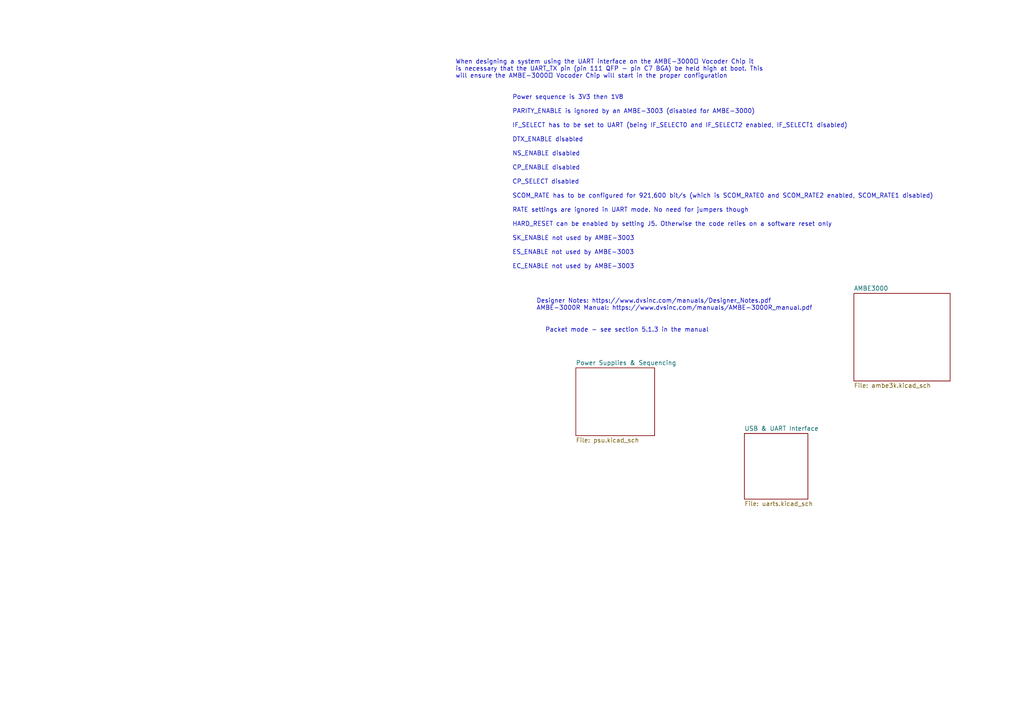
<source format=kicad_sch>
(kicad_sch (version 20230121) (generator eeschema)
  (paper "A4")
  (lib_symbols)
  (text "When designing a system using the UART interface on the AMBE-3000™ Vocoder Chip it\nis necessary that the UART_TX pin (pin 111 QFP - pin C7 BGA) be held high at boot. This\nwill ensure the AMBE-3000™ Vocoder Chip will start in the proper configuration" (at 132.08 22.86 0) (effects (font (size 1.27 1.27)) (justify left bottom)))
  (text "Designer Notes: https://www.dvsinc.com/manuals/Designer_Notes.pdf\nAMBE-3000R Manual: https://www.dvsinc.com/manuals/AMBE-3000R_manual.pdf" (at 155.575 90.17 0) (effects (font (size 1.27 1.27)) (justify left bottom)))
  (text "Power sequence is 3V3 then 1V8\n\nPARITY_ENABLE is ignored by an AMBE-3003 (disabled for AMBE-3000)\n\nIF_SELECT has to be set to UART (being IF_SELECT0 and IF_SELECT2 enabled, IF_SELECT1 disabled)\n\nDTX_ENABLE disabled\n\nNS_ENABLE disabled\n\nCP_ENABLE disabled\n\nCP_SELECT disabled\n\nSCOM_RATE has to be configured for 921,600 bit/s (which is SCOM_RATE0 and SCOM_RATE2 enabled, SCOM_RATE1 disabled)\n\nRATE settings are ignored in UART mode. No need for jumpers though\n\nHARD_RESET can be enabled by setting J5. Otherwise the code relies on a software reset only\n\nSK_ENABLE not used by AMBE-3003\n\nES_ENABLE not used by AMBE-3003\n\nEC_ENABLE not used by AMBE-3003" (at 148.59 78.105 0) (effects (font (size 1.27 1.27)) (justify left bottom)))
  (text "Packet mode - see section 5.1.3 in the manual" (at 158.115 96.52 0) (effects (font (size 1.27 1.27)) (justify left bottom)))
  (sheet (at 247.65 85.09) (size 27.94 25.4) (stroke (width 0.1524))
    (property "Sheetname" "AMBE3000" (at 247.65 84.3784 0) (effects (justify left bottom)))
    (property "Sheetfile" "ambe3k.kicad_sch" (at 247.65 111.0746 0) (effects (justify left top)))
  )
  (sheet (at 167.005 106.68) (size 22.86 19.685) (stroke (width 0.1524))
    (property "Sheetname" "Power Supplies & Sequencing" (at 167.005 105.9684 0) (effects (justify left bottom)))
    (property "Sheetfile" "psu.kicad_sch" (at 167.005 126.9496 0) (effects (justify left top)))
  )
  (sheet (at 215.9 125.73) (size 18.415 19.05) (stroke (width 0.1524))
    (property "Sheetname" "USB & UART Interface" (at 215.9 125.0184 0) (effects (justify left bottom)))
    (property "Sheetfile" "uarts.kicad_sch" (at 215.9 145.3646 0) (effects (justify left top)))
  )
)
</source>
